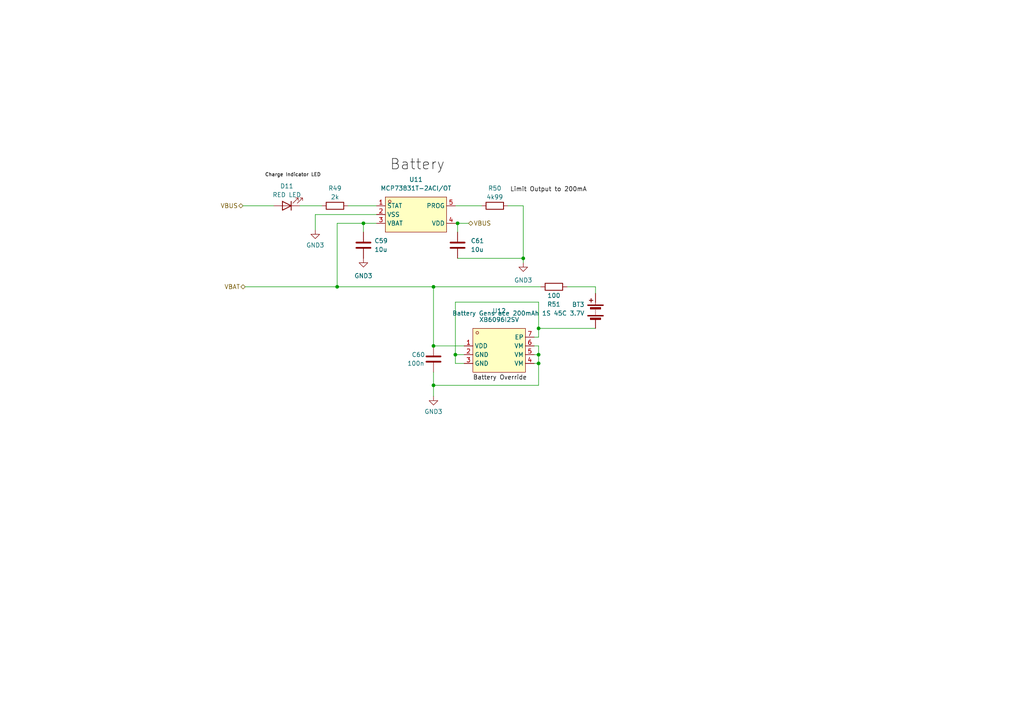
<source format=kicad_sch>
(kicad_sch (version 20231120) (generator "eeschema") (generator_version "8.0")
  (paper "A4")
  (title_block (title "BLEarrings V1") (date "2024-12-27") (rev "00.00") (company "DK"))
  (lib_symbols
    (symbol "Device:Battery" (pin_numbers hide) (pin_names (offset 0) hide)
      (property "Reference" "BT" (at 2.54 2.54 0))
      (property "Value" "Battery" (at 2.54 0 0))
      (symbol "Battery_0_1"
        (rectangle (start -2.286 -1.27) (end 2.286 -1.524) (fill (type outline)))
        (rectangle (start -2.286 1.778) (end 2.286 1.524) (fill (type outline)))
        (rectangle (start -1.524 -2.032) (end 1.524 -2.54) (fill (type outline)))
        (rectangle (start -1.524 1.016) (end 1.524 0.508) (fill (type outline)))
        (polyline (pts (xy 0 -1.016) (xy 0 -0.762)))
        (polyline (pts (xy 0 -0.508) (xy 0 -0.254)))
        (polyline (pts (xy 0 0) (xy 0 0.254)))
        (polyline (pts (xy 0 1.778) (xy 0 2.54)))
        (polyline (pts (xy 0.762 3.048) (xy 1.778 3.048)) (stroke (width 0.254)))
        (polyline (pts (xy 1.27 3.556) (xy 1.27 2.54)) (stroke (width 0.254)))
      )
      (symbol "Battery_1_1"
        (pin passive line (at 0 5.08 270) (length 2.54) (name "+") (number "1"))
        (pin passive line (at 0 -5.08 90) (length 2.54) (name "-") (number "2"))
      )
    )
    (symbol "Device:C" (pin_numbers hide) (pin_names (offset 0.254))
      (property "Reference" "C" (at 0.635 2.54 0))
      (property "Value" "C" (at 0.635 -2.54 0))
      (symbol "C_0_1"
        (polyline (pts (xy -2.032 -0.762) (xy 2.032 -0.762)) (stroke (width 0.508)))
        (polyline (pts (xy -2.032 0.762) (xy 2.032 0.762)) (stroke (width 0.508)))
      )
      (symbol "C_1_1"
        (pin passive line (at 0 3.81 270) (length 2.794) (name "~") (number "1"))
        (pin passive line (at 0 -3.81 90) (length 2.794) (name "~") (number "2"))
      )
    )
    (symbol "Device:LED" (pin_numbers hide) (pin_names (offset 1.016) hide)
      (property "Reference" "D" (at 0 2.54 0))
      (property "Value" "LED" (at 0 -2.54 0))
      (symbol "LED_0_1"
        (polyline (pts (xy -1.27 -1.27) (xy -1.27 1.27)) (stroke (width 0.254)))
        (polyline (pts (xy -1.27 0) (xy 1.27 0)))
        (polyline (pts (xy 1.27 -1.27) (xy 1.27 1.27) (xy -1.27 0) (xy 1.27 -1.27)) (stroke (width 0.254)))
        (polyline (pts (xy -3.048 -0.762) (xy -4.572 -2.286) (xy -3.81 -2.286) (xy -4.572 -2.286) (xy -4.572 -1.524)))
        (polyline (pts (xy -1.778 -0.762) (xy -3.302 -2.286) (xy -2.54 -2.286) (xy -3.302 -2.286) (xy -3.302 -1.524)))
      )
      (symbol "LED_1_1"
        (pin passive line (at -3.81 0 0) (length 2.54) (name "K") (number "1"))
        (pin passive line (at 3.81 0 180) (length 2.54) (name "A") (number "2"))
      )
    )
    (symbol "Device:R" (pin_numbers hide) (pin_names (offset 0))
      (property "Reference" "R" (at 2.032 0 90))
      (property "Value" "R" (at 0 0 90))
      (symbol "R_0_1"
        (rectangle (start -1.016 -2.54) (end 1.016 2.54) (stroke (width 0.254)))
      )
      (symbol "R_1_1"
        (pin passive line (at 0 3.81 270) (length 1.27) (name "~") (number "1"))
        (pin passive line (at 0 -3.81 90) (length 1.27) (name "~") (number "2"))
      )
    )
    (symbol "easyeda2kicad:MCP73831T-2ACI_OT"
      (property "Reference" "U" (at 0 7.62 0))
      (property "Value" "MCP73831T-2ACI/OT" (at 0 -7.62 0))
      (symbol "MCP73831T-2ACI_OT_0_1"
        (rectangle (start -8.89 5.08) (end 8.89 -5.08) (fill (type background)))
        (circle (center -7.62 3.81) (radius 0.38))
        (pin unspecified line (at -11.43 2.54 0) (length 2.54) (name "STAT") (number "1"))
        (pin unspecified line (at -11.43 0 0) (length 2.54) (name "VSS") (number "2"))
        (pin unspecified line (at -11.43 -2.54 0) (length 2.54) (name "VBAT") (number "3"))
        (pin unspecified line (at 11.43 -2.54 180) (length 2.54) (name "VDD") (number "4"))
        (pin unspecified line (at 11.43 2.54 180) (length 2.54) (name "PROG") (number "5"))
      )
    )
    (symbol "easyeda2kicad:XB6096I2SV"
      (property "Reference" "U" (at 0 10.16 0))
      (property "Value" "XB6096I2SV" (at 0 -7.62 0))
      (symbol "XB6096I2SV_0_1"
        (rectangle (start -7.62 7.62) (end 7.62 -5.08) (fill (type background)))
        (circle (center -6.35 6.35) (radius 0.38))
        (pin unspecified line (at -10.16 2.54 0) (length 2.54) (name "VDD") (number "1"))
        (pin unspecified line (at -10.16 0 0) (length 2.54) (name "GND") (number "2"))
        (pin unspecified line (at -10.16 -2.54 0) (length 2.54) (name "GND") (number "3"))
        (pin unspecified line (at 10.16 -2.54 180) (length 2.54) (name "VM") (number "4"))
        (pin unspecified line (at 10.16 0 180) (length 2.54) (name "VM") (number "5"))
        (pin unspecified line (at 10.16 2.54 180) (length 2.54) (name "VM") (number "6"))
        (pin unspecified line (at 10.16 5.08 180) (length 2.54) (name "EP") (number "7"))
      )
    )
    (symbol "power:GND3" (power) (pin_names (offset 0))
      (property "Value" "GND3" (at 0 -3.81 0))
      (symbol "GND3_0_1"
        (polyline (pts (xy 0 0) (xy 0 -1.27) (xy 1.27 -1.27) (xy 0 -2.54) (xy -1.27 -1.27) (xy 0 -1.27)))
      )
      (symbol "GND3_1_1"
        (pin power_in line (at 0 0 270) (length 0) hide (name "GND3") (number "1"))
      )
    )
  )
  (junction (at 125.73 111.76))
  (junction (at 125.73 83.185))
  (junction (at 132.715 64.77))
  (junction (at 132.08 102.87))
  (junction (at 125.73 100.33))
  (junction (at 151.765 74.93))
  (junction (at 156.21 102.87))
  (junction (at 97.79 83.185))
  (junction (at 105.41 64.77))
  (junction (at 156.21 105.41))
  (junction (at 156.21 95.25))
  (wire (pts (xy 156.21 95.25) (xy 156.21 97.79)))
  (wire (pts (xy 105.41 67.31) (xy 105.41 64.77)))
  (wire (pts (xy 156.21 100.33) (xy 154.94 100.33)))
  (wire (pts (xy 97.79 83.185) (xy 125.73 83.185)))
  (wire (pts (xy 132.08 59.69) (xy 139.7 59.69)))
  (wire (pts (xy 172.72 95.25) (xy 156.21 95.25)))
  (wire (pts (xy 91.44 62.23) (xy 109.22 62.23)))
  (wire (pts (xy 156.21 100.33) (xy 156.21 102.87)))
  (wire (pts (xy 70.485 59.69) (xy 79.375 59.69)))
  (wire (pts (xy 125.73 111.76) (xy 156.21 111.76)))
  (wire (pts (xy 156.21 102.87) (xy 156.21 105.41)))
  (wire (pts (xy 132.08 102.87) (xy 132.08 105.41)))
  (wire (pts (xy 97.79 64.77) (xy 105.41 64.77)))
  (wire (pts (xy 97.79 64.77) (xy 97.79 83.185)))
  (wire (pts (xy 125.73 107.95) (xy 125.73 111.76)))
  (wire (pts (xy 156.845 83.185) (xy 125.73 83.185)))
  (wire (pts (xy 151.765 59.69) (xy 147.32 59.69)))
  (wire (pts (xy 156.21 111.76) (xy 156.21 105.41)))
  (wire (pts (xy 156.21 102.87) (xy 154.94 102.87)))
  (wire (pts (xy 132.08 105.41) (xy 134.62 105.41)))
  (wire (pts (xy 125.73 111.76) (xy 125.73 114.935)))
  (wire (pts (xy 105.41 64.77) (xy 109.22 64.77)))
  (wire (pts (xy 156.21 105.41) (xy 154.94 105.41)))
  (wire (pts (xy 132.715 64.77) (xy 135.89 64.77)))
  (wire (pts (xy 132.715 74.93) (xy 151.765 74.93)))
  (wire (pts (xy 132.08 102.87) (xy 134.62 102.87)))
  (wire (pts (xy 151.765 59.69) (xy 151.765 74.93)))
  (wire (pts (xy 132.08 87.63) (xy 132.08 102.87)))
  (wire (pts (xy 91.44 66.675) (xy 91.44 62.23)))
  (wire (pts (xy 156.21 87.63) (xy 132.08 87.63)))
  (wire (pts (xy 172.72 85.09) (xy 172.72 83.185)))
  (wire (pts (xy 132.715 64.77) (xy 132.715 67.31)))
  (wire (pts (xy 156.21 87.63) (xy 156.21 95.25)))
  (wire (pts (xy 172.72 83.185) (xy 164.465 83.185)))
  (wire (pts (xy 125.73 83.185) (xy 125.73 100.33)))
  (wire (pts (xy 132.715 64.77) (xy 132.08 64.77)))
  (wire (pts (xy 86.995 59.69) (xy 93.345 59.69)))
  (wire (pts (xy 151.765 74.93) (xy 151.765 76.2)))
  (wire (pts (xy 156.21 97.79) (xy 154.94 97.79)))
  (wire (pts (xy 100.965 59.69) (xy 109.22 59.69)))
  (wire (pts (xy 71.12 83.185) (xy 97.79 83.185)))
  (wire (pts (xy 125.73 100.33) (xy 134.62 100.33)))
  (label "Charge Indicator LED" (at 76.835 51.435 0) (effects (font (size 1 1))))
  (label "Limit Output to 200mA" (at 147.955 55.88 0))
  (label "Battery" (at 113.03 50.165 0) (effects (font (size 3 3))))
  (label "Battery Override" (at 137.16 110.49 0))
  (hierarchical_label "VBUS" (shape bidirectional) (at 70.485 59.69 180))
  (hierarchical_label "VBAT" (shape bidirectional) (at 71.12 83.185 180))
  (hierarchical_label "VBUS" (shape bidirectional) (at 135.89 64.77 0))
  (symbol (lib_id "Device:C") (at 105.41 71.12 0) (unit 1)
    (property "Reference" "C59" (at 108.585 69.85 0) (effects (justify left)))
    (property "Value" "10u" (at 108.585 72.39 0) (effects (justify left)))
    (property "Footprint" "Capacitor_SMD:C_0402_1005Metric_Pad0.74x0.62mm_HandSolder" (effects (hide yes)))
    (property "LCSC Part" "C15525" (effects (hide yes)))
    (instances (project "Combine" (path "" (reference "C59") (unit 1))) (project "Dock" (path "" (reference "C1") (unit 1))) (project "BLEEarrings" (path "" (reference "C13") (unit 1))))
  )
  (symbol (lib_id "power:GND3") (at 151.765 76.2 0) (unit 1)
    (property "Reference" "#PWR0156" (effects (hide yes)))
    (property "Value" "GND3" (at 151.765 81.28 0))
    (instances (project "Combine" (path "" (reference "#PWR0156") (unit 1))) (project "Dock" (path "" (reference "#PWR04") (unit 1))) (project "BLEEarrings" (path "" (reference "#PWR?") (unit 1))))
  )
  (symbol (lib_id "power:GND3") (at 105.41 74.93 0) (unit 1)
    (property "Reference" "#PWR0154" (effects (hide yes)))
    (property "Value" "GND3" (at 105.41 80.01 0))
    (instances (project "Combine" (path "" (reference "#PWR0154") (unit 1))) (project "Dock" (path "" (reference "#PWR03") (unit 1))) (project "BLEEarrings" (path "" (reference "#PWR?") (unit 1))))
  )
  (symbol (lib_id "easyeda2kicad:XB6096I2SV") (at 144.78 102.87 0) (unit 1)
    (property "Reference" "U12" (at 144.78 90.17 0))
    (property "Value" "XB6096I2SV" (at 144.78 92.71 0))
    (property "Footprint" "easyeda2kicad:WDFN-6_L2.0-W2.0-P0.65-BL-EP" (effects (hide yes)))
    (property "LCSC Part" "C2998744" (effects (hide yes)))
    (instances (project "Combine" (path "" (reference "U12") (unit 1))) (project "Dock" (path "" (reference "U2") (unit 1))) (project "BLEEarrings" (path "" (reference "U2") (unit 1))))
  )
  (symbol (lib_id "Device:R") (at 143.51 59.69 90) (unit 1)
    (property "Reference" "R50" (at 143.51 54.61 90))
    (property "Value" "4k99" (at 143.51 57.15 90))
    (property "Footprint" "Resistor_SMD:R_0402_1005Metric_Pad0.72x0.64mm_HandSolder" (effects (hide yes)))
    (property "LCSC Part" "C137965" (effects (hide yes)))
    (instances (project "Combine" (path "" (reference "R50") (unit 1))) (project "Dock" (path "" (reference "R3") (unit 1))) (project "BLEEarrings" (path "" (reference "R4") (unit 1))))
  )
  (symbol (lib_id "power:GND3") (at 125.73 114.935 0) (unit 1)
    (property "Reference" "#PWR0153" (effects (hide yes)))
    (property "Value" "GND3" (at 125.73 119.38 0))
    (instances (project "Combine" (path "" (reference "#PWR0153") (unit 1))) (project "Dock" (path "" (reference "#PWR05") (unit 1))) (project "BLEEarrings" (path "" (reference "#PWR?") (unit 1))))
  )
  (symbol (lib_id "Device:LED") (at 83.185 59.69 180) (unit 1)
    (property "Reference" "D11" (at 83.185 53.975 0))
    (property "Value" "RED LED" (at 83.185 56.515 0))
    (property "Footprint" "LED_SMD:LED_0603_1608Metric_Pad1.05x0.95mm_HandSolder" (effects (hide yes)))
    (property "LCSC Part" "C389517 " (effects (hide yes)))
    (instances (project "Combine" (path "" (reference "D11") (unit 1))) (project "Dock" (path "" (reference "D1") (unit 1))) (project "BLEEarrings" (path "" (reference "D1") (unit 1))))
  )
  (symbol (lib_id "Device:C") (at 125.73 104.14 0) (unit 1)
    (property "Reference" "C60" (at 119.38 102.87 0) (effects (justify left)))
    (property "Value" "100n" (at 118.11 105.41 0) (effects (justify left)))
    (property "Footprint" "Capacitor_SMD:C_0402_1005Metric_Pad0.74x0.62mm_HandSolder" (effects (hide yes)))
    (property "LCSC Part" "C60474" (effects (hide yes)))
    (instances (project "Combine" (path "" (reference "C60") (unit 1))) (project "Dock" (path "" (reference "C2") (unit 1))) (project "BLEEarrings" (path "" (reference "C18") (unit 1))))
  )
  (symbol (lib_id "easyeda2kicad:MCP73831T-2ACI_OT") (at 120.65 62.23 0) (unit 1)
    (property "Reference" "U11" (at 120.65 52.07 0))
    (property "Value" "MCP73831T-2ACI/OT" (at 120.65 54.61 0))
    (property "Footprint" "easyeda2kicad:SOT-23-5_L3.0-W1.7-P0.95-LS2.8-BL" (effects (hide yes)))
    (property "Datasheet" "https://lcsc.com/product-detail/PMIC-Battery-Management_Microchip-Tech-MCP73831T-2ACI-OT_C424093.html" (effects (hide yes)))
    (property "LCSC Part" "C424093" (effects (hide yes)))
    (instances (project "Combine" (path "" (reference "U11") (unit 1))) (project "Dock" (path "" (reference "U1") (unit 1))) (project "BLEEarrings" (path "" (reference "U1") (unit 1))))
  )
  (symbol (lib_id "Device:R") (at 160.655 83.185 270) (unit 1)
    (property "Reference" "R51" (at 160.655 88.265 90))
    (property "Value" "100" (at 160.655 85.725 90))
    (property "Footprint" "Resistor_SMD:R_0402_1005Metric_Pad0.72x0.64mm_HandSolder" (effects (hide yes)))
    (property "LCSC Part" "C106233" (effects (hide yes)))
    (instances (project "Combine" (path "" (reference "R51") (unit 1))) (project "Dock" (path "" (reference "R2") (unit 1))) (project "BLEEarrings" (path "" (reference "R3") (unit 1))))
  )
  (symbol (lib_id "Device:C") (at 132.715 71.12 0) (unit 1)
    (property "Reference" "C61" (at 136.525 69.85 0) (effects (justify left)))
    (property "Value" "10u" (at 136.525 72.39 0) (effects (justify left)))
    (property "Footprint" "Capacitor_SMD:C_0402_1005Metric_Pad0.74x0.62mm_HandSolder" (effects (hide yes)))
    (property "LCSC Part" "C15525" (effects (hide yes)))
    (instances (project "Combine" (path "" (reference "C61") (unit 1))) (project "Dock" (path "" (reference "C3") (unit 1))) (project "BLEEarrings" (path "" (reference "C19") (unit 1))))
  )
  (symbol (lib_id "power:GND3") (at 91.44 66.675 0) (unit 1)
    (property "Reference" "#PWR0155" (effects (hide yes)))
    (property "Value" "GND3" (at 91.44 71.12 0))
    (instances (project "Combine" (path "" (reference "#PWR0155") (unit 1))) (project "Dock" (path "" (reference "#PWR01") (unit 1))) (project "BLEEarrings" (path "" (reference "#PWR?") (unit 1))))
  )
  (symbol (lib_id "Device:Battery") (at 172.72 90.17 0) (mirror y) (unit 1)
    (property "Reference" "BT3" (at 169.545 88.3285 0) (effects (justify left)))
    (property "Value" "Battery Gens ace 200mAh 1S 45C 3.7V" (at 169.545 90.8685 0) (effects (justify left)))
    (property "Footprint" "easyeda2kicad:CONN-TH_530480210" (effects (hide yes)))
    (property "LCSC Part" "C505099" (effects (hide yes)))
    (instances (project "Combine" (path "" (reference "BT3") (unit 1))) (project "BLEEarrings" (path "" (reference "BT1") (unit 1))))
  )
  (symbol (lib_id "Device:R") (at 97.155 59.69 90) (unit 1)
    (property "Reference" "R49" (at 97.155 54.61 90))
    (property "Value" "2k" (at 97.155 57.15 90))
    (property "Footprint" "Resistor_SMD:R_0402_1005Metric_Pad0.72x0.64mm_HandSolder" (effects (hide yes)))
    (property "LCSC Part" "C60488" (effects (hide yes)))
    (instances (project "Combine" (path "" (reference "R49") (unit 1))) (project "Dock" (path "" (reference "R1") (unit 1))) (project "BLEEarrings" (path "" (reference "R1") (unit 1))))
  )
)
</source>
